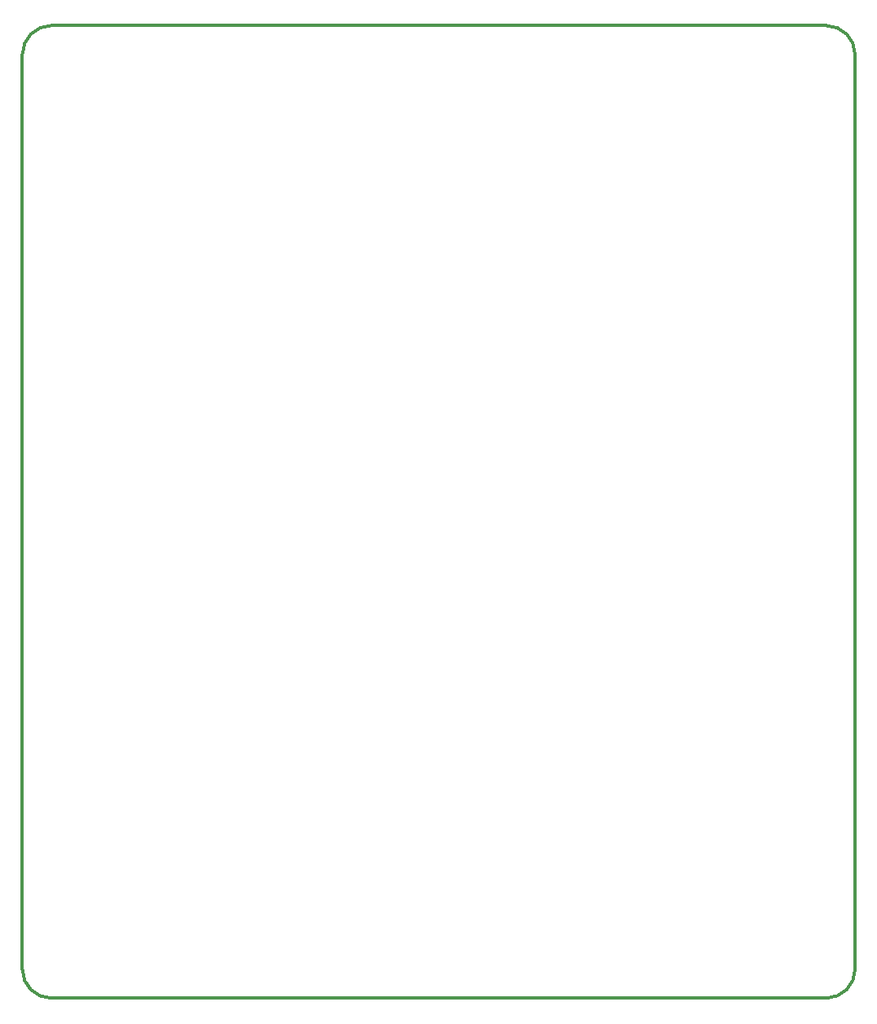
<source format=gbr>
G04 DesignSpark PCB Gerber Version 10.0 Build 5299*
G04 #@! TF.Part,Single*
%FSLAX35Y35*%
%MOIN*%
%ADD27C,0.01200*%
G04 #@! TD.AperFunction*
X0Y0D02*
D02*
D27*
X12411Y600D02*
X329340D01*
G75*
G03*
X341151Y12411I0J11811D01*
G01*
Y386427D01*
G75*
G03*
X329340Y398238I-11811J0D01*
G01*
X12411D01*
G75*
G03*
X600Y386427I0J-11811D01*
G01*
Y12411D01*
G75*
G03*
X12411Y600I11811J0D01*
G01*
X0Y0D02*
M02*

</source>
